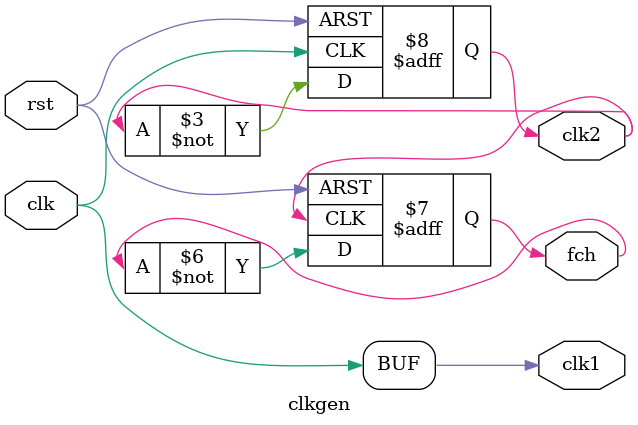
<source format=v>
module clkgen (clk, rst, clk1, clk2, fch);//把 rstreq 刪了，只用 rst

input	clk, rst;
output	clk1, clk2, fch;
reg		clk2, fch; // 把 CLK 變成 CLK1、CLK2、FCH

assign	clk1 = clk; //就只是把 clk 改個名叫 clk1

always@(negedge clk or negedge rst) begin //revised
	if(!rst) begin
		clk2 <= 0; 
	end 
	else begin
		clk2 <= ~clk2;
	end
end

always@(posedge clk2 or negedge rst) begin //這邊 clk2 修改成正緣觸發
	if(!rst)
		fch <= 0; 
	else begin
		fch <= ~fch;
	end	
end

endmodule 
</source>
